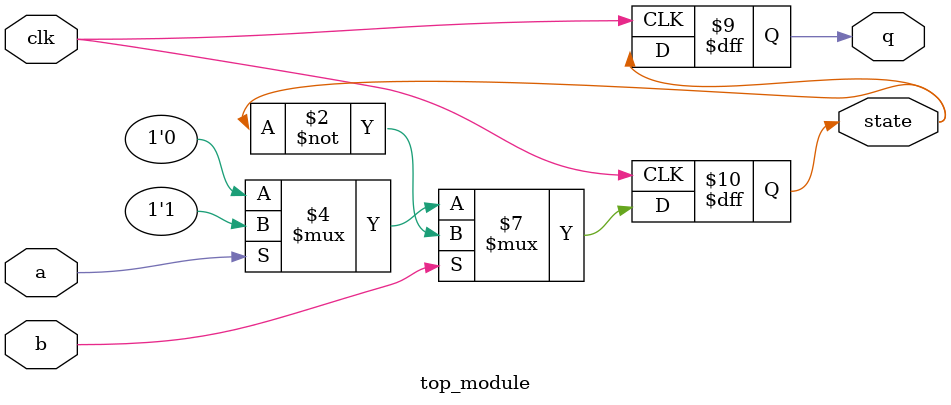
<source format=sv>
module top_module (
    input clk,
    input a,
    input b,
    output reg q,
    output reg state
);

always @(posedge clk) begin
    if (b) begin
        state <= ~state;
    end else if (a) begin
        state <= 1;
    end else begin
        state <= 0;
    end
    q <= state;
end

endmodule

</source>
